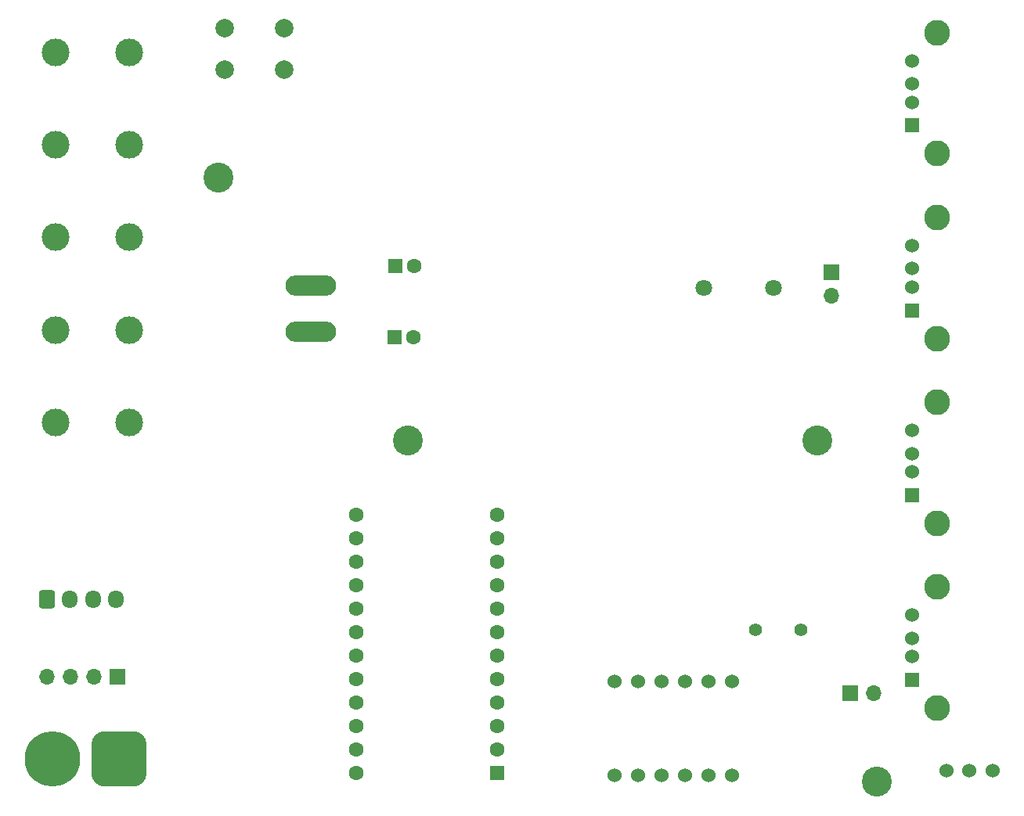
<source format=gbr>
%TF.GenerationSoftware,KiCad,Pcbnew,7.0.7*%
%TF.CreationDate,2024-02-14T01:50:22-08:00*%
%TF.ProjectId,PDB,5044422e-6b69-4636-9164-5f7063625858,rev?*%
%TF.SameCoordinates,Original*%
%TF.FileFunction,Soldermask,Bot*%
%TF.FilePolarity,Negative*%
%FSLAX46Y46*%
G04 Gerber Fmt 4.6, Leading zero omitted, Abs format (unit mm)*
G04 Created by KiCad (PCBNEW 7.0.7) date 2024-02-14 01:50:22*
%MOMM*%
%LPD*%
G01*
G04 APERTURE LIST*
G04 Aperture macros list*
%AMRoundRect*
0 Rectangle with rounded corners*
0 $1 Rounding radius*
0 $2 $3 $4 $5 $6 $7 $8 $9 X,Y pos of 4 corners*
0 Add a 4 corners polygon primitive as box body*
4,1,4,$2,$3,$4,$5,$6,$7,$8,$9,$2,$3,0*
0 Add four circle primitives for the rounded corners*
1,1,$1+$1,$2,$3*
1,1,$1+$1,$4,$5*
1,1,$1+$1,$6,$7*
1,1,$1+$1,$8,$9*
0 Add four rect primitives between the rounded corners*
20,1,$1+$1,$2,$3,$4,$5,0*
20,1,$1+$1,$4,$5,$6,$7,0*
20,1,$1+$1,$6,$7,$8,$9,0*
20,1,$1+$1,$8,$9,$2,$3,0*%
G04 Aperture macros list end*
%ADD10R,1.700000X1.700000*%
%ADD11O,1.700000X1.700000*%
%ADD12C,1.524000*%
%ADD13C,1.400000*%
%ADD14R,1.600000X1.600000*%
%ADD15C,1.600000*%
%ADD16R,1.524000X1.524000*%
%ADD17C,2.800000*%
%ADD18RoundRect,0.250000X-0.600000X-0.725000X0.600000X-0.725000X0.600000X0.725000X-0.600000X0.725000X0*%
%ADD19O,1.700000X1.950000*%
%ADD20C,1.800000*%
%ADD21C,3.000000*%
%ADD22C,3.240000*%
%ADD23O,5.500000X2.200000*%
%ADD24RoundRect,1.500000X1.500000X1.500000X-1.500000X1.500000X-1.500000X-1.500000X1.500000X-1.500000X0*%
%ADD25C,6.000000*%
%ADD26C,2.000000*%
G04 APERTURE END LIST*
D10*
%TO.C,J3*%
X150010000Y-92450000D03*
D11*
X152550000Y-92450000D03*
%TD*%
D12*
%TO.C,SW2*%
X165350000Y-100850000D03*
X162850000Y-100850000D03*
X160350000Y-100850000D03*
%TD*%
D13*
%TO.C,Y1*%
X144650000Y-85550000D03*
X139750000Y-85550000D03*
%TD*%
D14*
%TO.C,C6*%
X100695688Y-53898800D03*
D15*
X102695688Y-53898800D03*
%TD*%
D10*
%TO.C,J2*%
X147955000Y-46883400D03*
D11*
X147955000Y-49423400D03*
%TD*%
D16*
%TO.C,USB2*%
X156645000Y-50998000D03*
D12*
X156645000Y-48498000D03*
X156645000Y-46498000D03*
X156645000Y-43998000D03*
D17*
X159355000Y-40948000D03*
X159355000Y-54048000D03*
%TD*%
D18*
%TO.C,Jst1*%
X63093600Y-82270600D03*
D19*
X65593600Y-82270600D03*
X68093600Y-82270600D03*
X70593600Y-82270600D03*
%TD*%
D12*
%TO.C,D1*%
X124460000Y-101346000D03*
X127000000Y-101346000D03*
X129540000Y-101346000D03*
X132080000Y-101346000D03*
X134620000Y-101346000D03*
X137160000Y-101346000D03*
X137160000Y-91186000D03*
X134620000Y-91186000D03*
X132080000Y-91186000D03*
X129540000Y-91186000D03*
X127000000Y-91186000D03*
X124460000Y-91186000D03*
%TD*%
D20*
%TO.C,B1*%
X134172000Y-48614000D03*
X141672000Y-48614000D03*
%TD*%
D16*
%TO.C,USB3*%
X156645000Y-70998000D03*
D12*
X156645000Y-68498000D03*
X156645000Y-66498000D03*
X156645000Y-63998000D03*
D17*
X159355000Y-60948000D03*
X159355000Y-74048000D03*
%TD*%
D21*
%TO.C,A2*%
X72000000Y-33113400D03*
X64000000Y-33113400D03*
%TD*%
D14*
%TO.C,Pro1*%
X111760000Y-101092000D03*
D15*
X111760000Y-98552000D03*
X111760000Y-96012000D03*
X111760000Y-93472000D03*
X111760000Y-90932000D03*
X111760000Y-88392000D03*
X111760000Y-85852000D03*
X111760000Y-83312000D03*
X111760000Y-80772000D03*
X111760000Y-78232000D03*
X111760000Y-75692000D03*
X111760000Y-73152000D03*
X96520000Y-73152000D03*
X96520000Y-75692000D03*
X96520000Y-78232000D03*
X96520000Y-80772000D03*
X96520000Y-83312000D03*
X96520000Y-85852000D03*
X96520000Y-88392000D03*
X96520000Y-90932000D03*
X96520000Y-93472000D03*
X96520000Y-96012000D03*
X96520000Y-98552000D03*
X96520000Y-101092000D03*
%TD*%
D21*
%TO.C,A4*%
X72000000Y-53113400D03*
X64000000Y-53113400D03*
%TD*%
D16*
%TO.C,USB1*%
X156645000Y-30998000D03*
D12*
X156645000Y-28498000D03*
X156645000Y-26498000D03*
X156645000Y-23998000D03*
D17*
X159355000Y-20948000D03*
X159355000Y-34048000D03*
%TD*%
D14*
%TO.C,C5*%
X100797288Y-46228000D03*
D15*
X102797288Y-46228000D03*
%TD*%
D22*
%TO.C,REF\u002A\u002A*%
X102108000Y-65125600D03*
%TD*%
D21*
%TO.C,A5*%
X72000000Y-63113400D03*
X64000000Y-63113400D03*
%TD*%
%TO.C,A3*%
X72000000Y-43113400D03*
X64000000Y-43113400D03*
%TD*%
%TO.C,A1*%
X72000000Y-23113400D03*
X64000000Y-23113400D03*
%TD*%
D23*
%TO.C,Sw1*%
X91617800Y-53340000D03*
X91617800Y-48340000D03*
%TD*%
D24*
%TO.C,Batt1*%
X70866000Y-99568000D03*
D25*
X63666000Y-99568000D03*
%TD*%
D26*
%TO.C,SW3*%
X82300000Y-20500000D03*
X88800000Y-20500000D03*
X88800000Y-25000000D03*
X82300000Y-25000000D03*
%TD*%
D22*
%TO.C,REF\u002A\u002A*%
X81635600Y-36677600D03*
%TD*%
%TO.C,REF\u002A\u002A*%
X152883400Y-102006400D03*
%TD*%
%TO.C,REF\u002A\u002A*%
X146456399Y-65125425D03*
%TD*%
D10*
%TO.C,J1*%
X70713600Y-90627200D03*
D11*
X68173600Y-90627200D03*
X65633600Y-90627200D03*
X63093600Y-90627200D03*
%TD*%
D16*
%TO.C,DATA1*%
X156645000Y-90998000D03*
D12*
X156645000Y-88498000D03*
X156645000Y-86498000D03*
X156645000Y-83998000D03*
D17*
X159355000Y-80948000D03*
X159355000Y-94048000D03*
%TD*%
M02*

</source>
